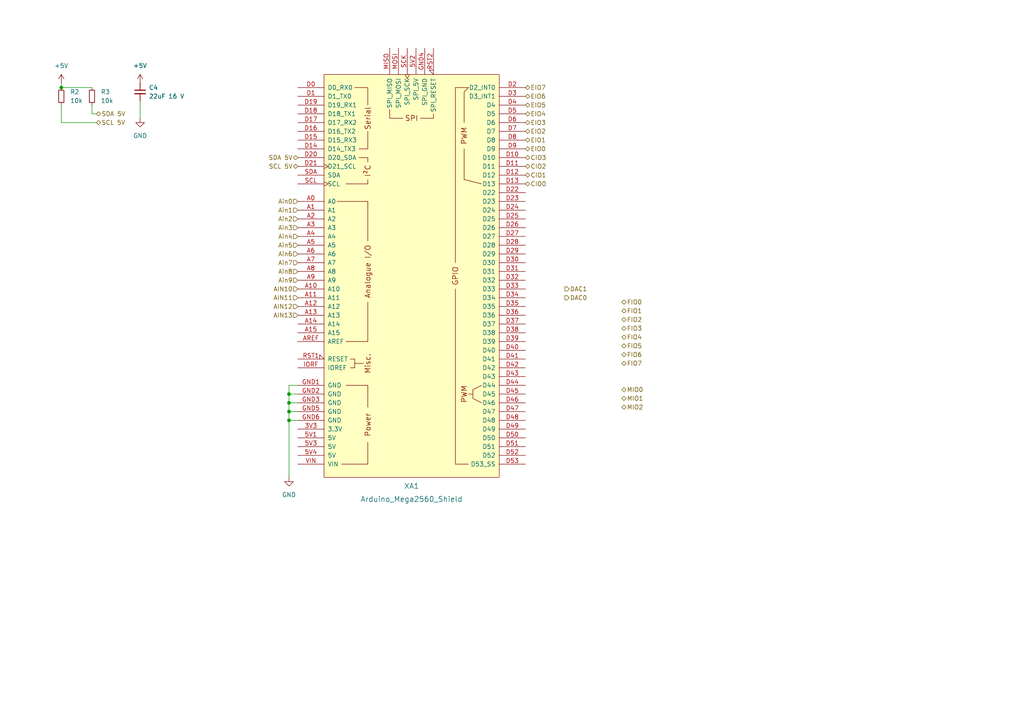
<source format=kicad_sch>
(kicad_sch (version 20211123) (generator eeschema)
  (paper "A4")
  (title_block (title "CIB PCB") (date "2022-05-27") (company "ChargePoint, Inc"))
  (lib_symbols
    (symbol "Arduino:Arduino_Mega2560_Shield" (pin_names (offset 1.016))
      (property "Reference" "XA" (at 2.54 0 90))
      (property "Value" "Arduino_Mega2560_Shield" (at -2.54 0 90))
      (symbol "Arduino_Mega2560_Shield_0_0"
        (rectangle (start -25.4 -58.42) (end 25.4 58.42) (fill (type background)))
        (rectangle (start -20.32 -54.61) (end -12.7 -54.61))
        (rectangle (start -19.05 -31.75) (end -12.7 -31.75))
        (rectangle (start -19.05 -19.05) (end -12.7 -19.05))
        (rectangle (start -19.05 26.67) (end -12.7 26.67))
        (rectangle (start -17.78 -26.67) (end -16.51 -26.67))
        (rectangle (start -17.78 -24.13) (end -16.51 -24.13))
        (rectangle (start -16.51 -25.4) (end -13.97 -25.4))
        (rectangle (start -16.51 -24.13) (end -16.51 -26.67))
        (rectangle (start -16.51 54.61) (end -12.7 54.61))
        (rectangle (start -15.24 34.29) (end -12.7 34.29))
        (rectangle (start -15.24 36.83) (end -12.7 36.83))
        (rectangle (start -12.7 -54.61) (end -12.7 -48.26))
        (rectangle (start -12.7 -31.75) (end -12.7 -38.1))
        (rectangle (start -12.7 26.67) (end -12.7 27.94))
        (rectangle (start -12.7 34.29) (end -12.7 33.02))
        (rectangle (start -12.7 41.91) (end -12.7 36.83))
        (rectangle (start -12.7 49.53) (end -12.7 54.61))
        (rectangle (start -6.35 48.26) (end -6.35 45.72))
        (rectangle (start -2.54 45.72) (end -6.35 45.72))
        (polyline (pts (xy -21.59 21.59) (xy -12.7 21.59)))
        (polyline (pts (xy -12.7 -19.05) (xy -12.7 -7.62)))
        (polyline (pts (xy -12.7 10.16) (xy -12.7 21.59)))
        (polyline (pts (xy 12.7 -54.61) (xy 16.51 -54.61)))
        (polyline (pts (xy 12.7 54.61) (xy 16.51 54.61)))
        (polyline (pts (xy 17.78 -34.29) (xy 16.51 -34.29)))
        (polyline (pts (xy 15.24 36.83) (xy 15.24 27.94) (xy 20.32 26.67)))
        (polyline (pts (xy 15.24 44.45) (xy 15.24 53.34) (xy 16.51 54.61)))
        (polyline (pts (xy 20.32 -31.75) (xy 17.78 -33.02) (xy 17.78 -35.56) (xy 20.32 -36.83)))
        (rectangle (start 6.35 45.72) (end 2.54 45.72))
        (rectangle (start 6.35 46.99) (end 6.35 45.72))
        (text "Analogue I/O" (at -12.7 1.27 900) (effects (font (size 1.524 1.524))))
        (text "I²C" (at -12.7 30.48 900) (effects (font (size 1.524 1.524))))
        (text "Misc." (at -12.7 -25.4 900) (effects (font (size 1.524 1.524))))
        (text "Power" (at -12.7 -43.18 900) (effects (font (size 1.524 1.524))))
        (text "PWM" (at 15.24 -34.29 900) (effects (font (size 1.524 1.524))))
        (text "PWM" (at 15.24 40.64 900) (effects (font (size 1.524 1.524))))
        (text "Serial" (at -12.7 45.72 900) (effects (font (size 1.524 1.524))))
        (text "SPI" (at 0 45.72 0) (effects (font (size 1.524 1.524))))
      )
      (symbol "Arduino_Mega2560_Shield_1_0"
        (rectangle (start 12.7 -54.61) (end 12.7 -3.81))
        (rectangle (start 12.7 54.61) (end 12.7 3.81))
        (text "GPIO" (at 12.7 0 900) (effects (font (size 1.524 1.524))))
      )
      (symbol "Arduino_Mega2560_Shield_1_1"
        (pin power_in line (at -33.02 -44.45 0) (length 7.62) (name "3.3V") (number "3V3"))
        (pin power_in line (at -33.02 -46.99 0) (length 7.62) (name "5V") (number "5V1"))
        (pin power_in line (at 1.27 66.04 270) (length 7.62) (name "SPI_5V") (number "5V2"))
        (pin power_in line (at -33.02 -49.53 0) (length 7.62) (name "5V") (number "5V3"))
        (pin power_in line (at -33.02 -52.07 0) (length 7.62) (name "5V") (number "5V4"))
        (pin bidirectional line (at -33.02 21.59 0) (length 7.62) (name "A0") (number "A0"))
        (pin bidirectional line (at -33.02 19.05 0) (length 7.62) (name "A1") (number "A1"))
        (pin bidirectional line (at -33.02 -3.81 0) (length 7.62) (name "A10") (number "A10"))
        (pin bidirectional line (at -33.02 -6.35 0) (length 7.62) (name "A11") (number "A11"))
        (pin bidirectional line (at -33.02 -8.89 0) (length 7.62) (name "A12") (number "A12"))
        (pin bidirectional line (at -33.02 -11.43 0) (length 7.62) (name "A13") (number "A13"))
        (pin bidirectional line (at -33.02 -13.97 0) (length 7.62) (name "A14") (number "A14"))
        (pin bidirectional line (at -33.02 -16.51 0) (length 7.62) (name "A15") (number "A15"))
        (pin bidirectional line (at -33.02 16.51 0) (length 7.62) (name "A2") (number "A2"))
        (pin bidirectional line (at -33.02 13.97 0) (length 7.62) (name "A3") (number "A3"))
        (pin bidirectional line (at -33.02 11.43 0) (length 7.62) (name "A4") (number "A4"))
        (pin bidirectional line (at -33.02 8.89 0) (length 7.62) (name "A5") (number "A5"))
        (pin bidirectional line (at -33.02 6.35 0) (length 7.62) (name "A6") (number "A6"))
        (pin bidirectional line (at -33.02 3.81 0) (length 7.62) (name "A7") (number "A7"))
        (pin bidirectional line (at -33.02 1.27 0) (length 7.62) (name "A8") (number "A8"))
        (pin bidirectional line (at -33.02 -1.27 0) (length 7.62) (name "A9") (number "A9"))
        (pin input line (at -33.02 -19.05 0) (length 7.62) (name "AREF") (number "AREF"))
        (pin bidirectional line (at -33.02 54.61 0) (length 7.62) (name "D0_RX0") (number "D0"))
        (pin bidirectional line (at -33.02 52.07 0) (length 7.62) (name "D1_TX0") (number "D1"))
        (pin bidirectional line (at 33.02 34.29 180) (length 7.62) (name "D10") (number "D10"))
        (pin bidirectional line (at 33.02 31.75 180) (length 7.62) (name "D11") (number "D11"))
        (pin bidirectional line (at 33.02 29.21 180) (length 7.62) (name "D12") (number "D12"))
        (pin bidirectional line (at 33.02 26.67 180) (length 7.62) (name "D13") (number "D13"))
        (pin bidirectional line (at -33.02 36.83 0) (length 7.62) (name "D14_TX3") (number "D14"))
        (pin bidirectional line (at -33.02 39.37 0) (length 7.62) (name "D15_RX3") (number "D15"))
        (pin bidirectional line (at -33.02 41.91 0) (length 7.62) (name "D16_TX2") (number "D16"))
        (pin bidirectional line (at -33.02 44.45 0) (length 7.62) (name "D17_RX2") (number "D17"))
        (pin bidirectional line (at -33.02 46.99 0) (length 7.62) (name "D18_TX1") (number "D18"))
        (pin bidirectional line (at -33.02 49.53 0) (length 7.62) (name "D19_RX1") (number "D19"))
        (pin bidirectional line (at 33.02 54.61 180) (length 7.62) (name "D2_INT0") (number "D2"))
        (pin bidirectional line (at -33.02 34.29 0) (length 7.62) (name "D20_SDA") (number "D20"))
        (pin bidirectional clock (at -33.02 31.75 0) (length 7.62) (name "D21_SCL") (number "D21"))
        (pin bidirectional line (at 33.02 24.13 180) (length 7.62) (name "D22") (number "D22"))
        (pin bidirectional line (at 33.02 21.59 180) (length 7.62) (name "D23") (number "D23"))
        (pin bidirectional line (at 33.02 19.05 180) (length 7.62) (name "D24") (number "D24"))
        (pin bidirectional line (at 33.02 16.51 180) (length 7.62) (name "D25") (number "D25"))
        (pin bidirectional line (at 33.02 13.97 180) (length 7.62) (name "D26") (number "D26"))
        (pin bidirectional line (at 33.02 11.43 180) (length 7.62) (name "D27") (number "D27"))
        (pin bidirectional line (at 33.02 8.89 180) (length 7.62) (name "D28") (number "D28"))
        (pin bidirectional line (at 33.02 6.35 180) (length 7.62) (name "D29") (number "D29"))
        (pin bidirectional line (at 33.02 52.07 180) (length 7.62) (name "D3_INT1") (number "D3"))
        (pin bidirectional line (at 33.02 3.81 180) (length 7.62) (name "D30") (number "D30"))
        (pin bidirectional line (at 33.02 1.27 180) (length 7.62) (name "D31") (number "D31"))
        (pin bidirectional line (at 33.02 -1.27 180) (length 7.62) (name "D32") (number "D32"))
        (pin bidirectional line (at 33.02 -3.81 180) (length 7.62) (name "D33") (number "D33"))
        (pin bidirectional line (at 33.02 -6.35 180) (length 7.62) (name "D34") (number "D34"))
        (pin bidirectional line (at 33.02 -8.89 180) (length 7.62) (name "D35") (number "D35"))
        (pin bidirectional line (at 33.02 -11.43 180) (length 7.62) (name "D36") (number "D36"))
        (pin bidirectional line (at 33.02 -13.97 180) (length 7.62) (name "D37") (number "D37"))
        (pin bidirectional line (at 33.02 -16.51 180) (length 7.62) (name "D38") (number "D38"))
        (pin bidirectional line (at 33.02 -19.05 180) (length 7.62) (name "D39") (number "D39"))
        (pin bidirectional line (at 33.02 49.53 180) (length 7.62) (name "D4") (number "D4"))
        (pin bidirectional line (at 33.02 -21.59 180) (length 7.62) (name "D40") (number "D40"))
        (pin bidirectional line (at 33.02 -24.13 180) (length 7.62) (name "D41") (number "D41"))
        (pin bidirectional line (at 33.02 -26.67 180) (length 7.62) (name "D42") (number "D42"))
        (pin bidirectional line (at 33.02 -29.21 180) (length 7.62) (name "D43") (number "D43"))
        (pin bidirectional line (at 33.02 -31.75 180) (length 7.62) (name "D44") (number "D44"))
        (pin bidirectional line (at 33.02 -34.29 180) (length 7.62) (name "D45") (number "D45"))
        (pin bidirectional line (at 33.02 -36.83 180) (length 7.62) (name "D46") (number "D46"))
        (pin bidirectional line (at 33.02 -39.37 180) (length 7.62) (name "D47") (number "D47"))
        (pin bidirectional line (at 33.02 -41.91 180) (length 7.62) (name "D48") (number "D48"))
        (pin bidirectional line (at 33.02 -44.45 180) (length 7.62) (name "D49") (number "D49"))
        (pin bidirectional line (at 33.02 46.99 180) (length 7.62) (name "D5") (number "D5"))
        (pin bidirectional line (at 33.02 -46.99 180) (length 7.62) (name "D50") (number "D50"))
        (pin bidirectional line (at 33.02 -49.53 180) (length 7.62) (name "D51") (number "D51"))
        (pin bidirectional line (at 33.02 -52.07 180) (length 7.62) (name "D52") (number "D52"))
        (pin bidirectional line (at 33.02 -54.61 180) (length 7.62) (name "D53_SS") (number "D53"))
        (pin bidirectional line (at 33.02 44.45 180) (length 7.62) (name "D6") (number "D6"))
        (pin bidirectional line (at 33.02 41.91 180) (length 7.62) (name "D7") (number "D7"))
        (pin bidirectional line (at 33.02 39.37 180) (length 7.62) (name "D8") (number "D8"))
        (pin bidirectional line (at 33.02 36.83 180) (length 7.62) (name "D9") (number "D9"))
        (pin power_in line (at -33.02 -31.75 0) (length 7.62) (name "GND") (number "GND1"))
        (pin power_in line (at -33.02 -34.29 0) (length 7.62) (name "GND") (number "GND2"))
        (pin power_in line (at -33.02 -36.83 0) (length 7.62) (name "GND") (number "GND3"))
        (pin power_in line (at 3.81 66.04 270) (length 7.62) (name "SPI_GND") (number "GND4"))
        (pin power_in line (at -33.02 -39.37 0) (length 7.62) (name "GND") (number "GND5"))
        (pin power_in line (at -33.02 -41.91 0) (length 7.62) (name "GND") (number "GND6"))
        (pin output line (at -33.02 -26.67 0) (length 7.62) (name "IOREF") (number "IORF"))
        (pin input line (at -6.35 66.04 270) (length 7.62) (name "SPI_MISO") (number "MISO"))
        (pin output line (at -3.81 66.04 270) (length 7.62) (name "SPI_MOSI") (number "MOSI"))
        (pin open_collector input_low (at -33.02 -24.13 0) (length 7.62) (name "RESET") (number "RST1"))
        (pin open_collector input_low (at 6.35 66.04 270) (length 7.62) (name "SPI_RESET") (number "RST2"))
        (pin output clock (at -1.27 66.04 270) (length 7.62) (name "SPI_SCK") (number "SCK"))
        (pin bidirectional clock (at -33.02 26.67 0) (length 7.62) (name "SCL") (number "SCL"))
        (pin bidirectional line (at -33.02 29.21 0) (length 7.62) (name "SDA") (number "SDA"))
        (pin power_in line (at -33.02 -54.61 0) (length 7.62) (name "VIN") (number "VIN"))
      )
    )
    (symbol "Device:C_Small" (pin_numbers hide) (pin_names (offset 0.254) hide)
      (property "Reference" "C" (at 0.254 1.778 0))
      (property "Value" "C_Small" (at 0.254 -2.032 0))
      (symbol "C_Small_0_1"
        (polyline (pts (xy -1.524 -0.508) (xy 1.524 -0.508)) (stroke (width 0.3302)))
        (polyline (pts (xy -1.524 0.508) (xy 1.524 0.508)) (stroke (width 0.3048)))
      )
      (symbol "C_Small_1_1"
        (pin passive line (at 0 2.54 270) (length 2.032) (name "~") (number "1"))
        (pin passive line (at 0 -2.54 90) (length 2.032) (name "~") (number "2"))
      )
    )
    (symbol "Device:R_Small" (pin_numbers hide) (pin_names (offset 0.254) hide)
      (property "Reference" "R" (at 0.762 0.508 0))
      (property "Value" "R_Small" (at 0.762 -1.016 0))
      (symbol "R_Small_0_1"
        (rectangle (start -0.762 1.778) (end 0.762 -1.778) (stroke (width 0.2032)))
      )
      (symbol "R_Small_1_1"
        (pin passive line (at 0 2.54 270) (length 0.762) (name "~") (number "1"))
        (pin passive line (at 0 -2.54 90) (length 0.762) (name "~") (number "2"))
      )
    )
    (symbol "power:+5V" (power) (pin_names (offset 0))
      (property "Value" "+5V" (at 0 3.556 0))
      (symbol "+5V_0_1"
        (polyline (pts (xy -0.762 1.27) (xy 0 2.54)))
        (polyline (pts (xy 0 0) (xy 0 2.54)))
        (polyline (pts (xy 0 2.54) (xy 0.762 1.27)))
      )
      (symbol "+5V_1_1"
        (pin power_in line (at 0 0 90) (length 0) hide (name "+5V") (number "1"))
      )
    )
    (symbol "power:GND" (power) (pin_names (offset 0))
      (property "Value" "GND" (at 0 -3.81 0))
      (symbol "GND_0_1"
        (polyline (pts (xy 0 0) (xy 0 -1.27) (xy 1.27 -1.27) (xy 0 -2.54) (xy -1.27 -1.27) (xy 0 -1.27)))
      )
      (symbol "GND_1_1"
        (pin power_in line (at 0 0 270) (length 0) hide (name "GND") (number "1"))
      )
    )
  )
  (junction (at 83.82 119.38))
  (junction (at 83.82 116.84))
  (junction (at 83.82 121.92))
  (junction (at 83.82 114.3))
  (junction (at 17.78 25.4))
  (wire (pts (xy 83.82 114.3) (xy 83.82 116.84)))
  (wire (pts (xy 17.78 35.56) (xy 27.94 35.56)))
  (wire (pts (xy 83.82 119.38) (xy 83.82 121.92)))
  (wire (pts (xy 83.82 121.92) (xy 86.36 121.92)))
  (wire (pts (xy 26.67 33.02) (xy 27.94 33.02)))
  (wire (pts (xy 86.36 111.76) (xy 83.82 111.76)))
  (wire (pts (xy 83.82 114.3) (xy 86.36 114.3)))
  (wire (pts (xy 83.82 111.76) (xy 83.82 114.3)))
  (wire (pts (xy 83.82 121.92) (xy 83.82 138.43)))
  (wire (pts (xy 40.64 29.21) (xy 40.64 34.29)))
  (wire (pts (xy 83.82 116.84) (xy 86.36 116.84)))
  (wire (pts (xy 17.78 24.13) (xy 17.78 25.4)))
  (wire (pts (xy 17.78 25.4) (xy 26.67 25.4)))
  (wire (pts (xy 26.67 33.02) (xy 26.67 30.48)))
  (wire (pts (xy 83.82 116.84) (xy 83.82 119.38)))
  (wire (pts (xy 83.82 119.38) (xy 86.36 119.38)))
  (wire (pts (xy 17.78 30.48) (xy 17.78 35.56)))
  (hierarchical_label "AIN11" (shape input) (at 86.36 86.36 180))
  (hierarchical_label "Ain7" (shape input) (at 86.36 76.2 180))
  (hierarchical_label "Ain3" (shape input) (at 86.36 66.04 180))
  (hierarchical_label "EIO4" (shape bidirectional) (at 152.4 33.02 0))
  (hierarchical_label "Ain5" (shape input) (at 86.36 71.12 180))
  (hierarchical_label "CIO0" (shape bidirectional) (at 152.4 53.34 0))
  (hierarchical_label "Ain9" (shape input) (at 86.36 81.28 180))
  (hierarchical_label "AIN12" (shape input) (at 86.36 88.9 180))
  (hierarchical_label "FIO6" (shape bidirectional) (at 180.34 102.87 0))
  (hierarchical_label "MIO1" (shape bidirectional) (at 180.34 115.57 0))
  (hierarchical_label "Ain6" (shape input) (at 86.36 73.66 180))
  (hierarchical_label "SDA 5V" (shape bidirectional) (at 86.36 45.72 180))
  (hierarchical_label "Ain8" (shape input) (at 86.36 78.74 180))
  (hierarchical_label "DAC0" (shape output) (at 163.83 86.36 0))
  (hierarchical_label "Ain2" (shape input) (at 86.36 63.5 180))
  (hierarchical_label "FIO5" (shape bidirectional) (at 180.34 100.33 0))
  (hierarchical_label "SCL 5V" (shape bidirectional) (at 86.36 48.26 180))
  (hierarchical_label "FIO7" (shape bidirectional) (at 180.34 105.41 0))
  (hierarchical_label "FIO1" (shape bidirectional) (at 180.34 90.17 0))
  (hierarchical_label "FIO4" (shape bidirectional) (at 180.34 97.79 0))
  (hierarchical_label "Ain0" (shape input) (at 86.36 58.42 180))
  (hierarchical_label "EIO6" (shape bidirectional) (at 152.4 27.94 0))
  (hierarchical_label "EIO7" (shape bidirectional) (at 152.4 25.4 0))
  (hierarchical_label "CIO1" (shape bidirectional) (at 152.4 50.8 0))
  (hierarchical_label "AIN13" (shape input) (at 86.36 91.44 180))
  (hierarchical_label "AIN10" (shape input) (at 86.36 83.82 180))
  (hierarchical_label "EIO5" (shape bidirectional) (at 152.4 30.48 0))
  (hierarchical_label "MIO0" (shape bidirectional) (at 180.34 113.03 0))
  (hierarchical_label "MIO2" (shape bidirectional) (at 180.34 118.11 0))
  (hierarchical_label "EIO1" (shape bidirectional) (at 152.4 40.64 0))
  (hierarchical_label "CIO2" (shape bidirectional) (at 152.4 48.26 0))
  (hierarchical_label "Ain4" (shape input) (at 86.36 68.58 180))
  (hierarchical_label "EIO3" (shape bidirectional) (at 152.4 35.56 0))
  (hierarchical_label "CIO3" (shape bidirectional) (at 152.4 45.72 0))
  (hierarchical_label "DAC1" (shape output) (at 163.83 83.82 0))
  (hierarchical_label "SDA 5V" (shape bidirectional) (at 27.94 33.02 0))
  (hierarchical_label "FIO2" (shape bidirectional) (at 180.34 92.71 0))
  (hierarchical_label "FIO3" (shape bidirectional) (at 180.34 95.25 0))
  (hierarchical_label "Ain1" (shape input) (at 86.36 60.96 180))
  (hierarchical_label "SCL 5V" (shape bidirectional) (at 27.94 35.56 0))
  (hierarchical_label "EIO0" (shape bidirectional) (at 152.4 43.18 0))
  (hierarchical_label "FIO0" (shape bidirectional) (at 180.34 87.63 0))
  (hierarchical_label "EIO2" (shape bidirectional) (at 152.4 38.1 0))
  (symbol (lib_id "Device:R_Small") (at 26.67 27.94 0) (unit 1)
    (property "Reference" "R3" (at 29.21 26.6699 0) (effects (justify left)))
    (property "Value" "10k" (at 29.21 29.2099 0) (effects (justify left)))
    (property "Footprint" "Resistor_SMD:R_1206_3216Metric_Pad1.30x1.75mm_HandSolder" (effects hide))
    (property "Datasheet" "https://industrial.panasonic.com/ww/products/pt/general-purpose-chip-resistors/models/ERJ6GEYJ681V" (effects hide))
    (property "DigiKey #" "P10KACT-ND" (effects hide))
    (property "Farnell #" "7326539" (effects hide))
    (property "Manufacturer" "Panasonic Electronics Company" (effects hide))
    (property "Manufacturer #" "ERJ-6GEYJ103V" (effects hide))
  )
  (symbol (lib_id "Device:R_Small") (at 17.78 27.94 0) (unit 1)
    (property "Reference" "R2" (at 20.32 26.6699 0) (effects (justify left)))
    (property "Value" "10k" (at 20.32 29.2099 0) (effects (justify left)))
    (property "Footprint" "Resistor_SMD:R_1206_3216Metric_Pad1.30x1.75mm_HandSolder" (effects hide))
    (property "Datasheet" "https://industrial.panasonic.com/ww/products/pt/general-purpose-chip-resistors/models/ERJ6GEYJ681V" (effects hide))
    (property "DigiKey #" "P10KACT-ND" (effects hide))
    (property "Farnell #" "7326539" (effects hide))
    (property "Manufacturer" "Panasonic Electronics Company" (effects hide))
    (property "Manufacturer #" "ERJ-6GEYJ103V" (effects hide))
  )
  (symbol (lib_id "Arduino:Arduino_Mega2560_Shield") (at 119.38 80.01 0) (unit 1)
    (property "Reference" "XA1" (at 119.38 140.97 0) (effects (font (size 1.524 1.524))))
    (property "Value" "Arduino_Mega2560_Shield" (at 119.38 144.78 0) (effects (font (size 1.524 1.524))))
    (property "Footprint" "Arduino:Arduino_Mega2560_Shield" (effects hide))
  )
  (symbol (lib_id "power:+5V") (at 17.78 24.13 0) (unit 1)
    (property "Reference" "#PWR019" (effects hide))
    (property "Value" "+5V" (at 17.78 19.05 0))
  )
  (symbol (lib_id "power:GND") (at 83.82 138.43 0) (unit 1)
    (property "Reference" "#PWR0376" (effects hide))
    (property "Value" "GND" (at 83.82 143.51 0))
  )
  (symbol (lib_id "power:GND") (at 40.64 34.29 0) (unit 1)
    (property "Reference" "#PWR016" (effects hide))
    (property "Value" "GND" (at 40.64 39.37 0))
  )
  (symbol (lib_id "Device:C_Small") (at 40.64 26.67 0) (unit 1)
    (property "Reference" "C4" (at 43.18 25.4062 0) (effects (justify left)))
    (property "Value" "22uF 16 V" (at 43.18 27.9462 0) (effects (justify left)))
    (property "Footprint" "Capacitor_SMD:C_1206_3216Metric_Pad1.33x1.80mm_HandSolder" (effects hide))
    (property "Datasheet" "https://www.we-online.com/katalog/datasheet/885012108018.pdf" (effects hide))
    (property "Manufacturer #" "885012108018" (effects hide))
    (property "DigiKey #" "732-7642-1-ND" (effects hide))
    (property "Manufacturer" "Würth Elektronik" (effects hide))
    (property "Description" "22 µF ±20% 16V Ceramic Capacitor X5R 1206 (3216 Metric)" (effects hide))
    (property "DigiKey Price/Stock" "https://www.digikey.co.uk/en/products/detail/w%C3%BCrth-elektronik/885012108018/5453497?s=N4IgTCBcDaIOwGYwFo4DYAsKCMyByAIiALoC%2BQA" (effects hide))
  )
  (symbol (lib_id "power:+5V") (at 40.64 24.13 0) (unit 1)
    (property "Reference" "#PWR014" (effects hide))
    (property "Value" "+5V" (at 40.64 19.05 0))
  )
)
</source>
